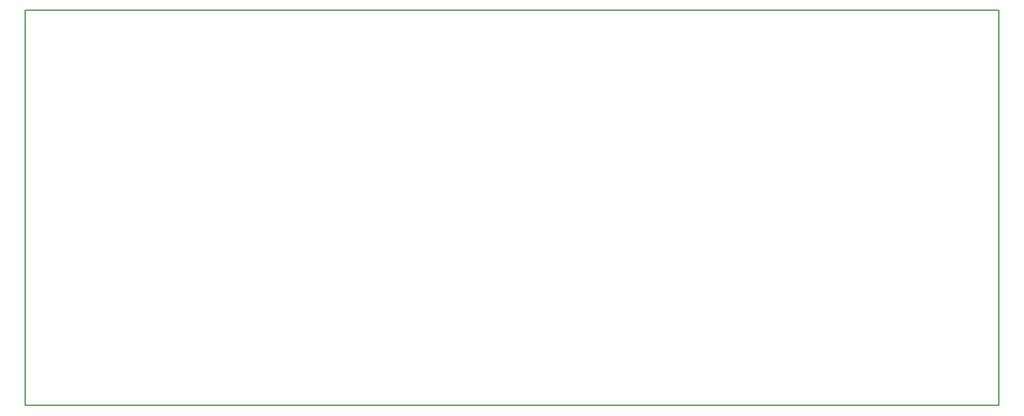
<source format=gm1>
G04*
G04 #@! TF.GenerationSoftware,Altium Limited,Altium Designer,19.1.8 (144)*
G04*
G04 Layer_Color=16711935*
%FSLAX25Y25*%
%MOIN*%
G70*
G01*
G75*
%ADD12C,0.00787*%
D12*
X0Y220000D02*
X542000D01*
X0Y0D02*
Y220000D01*
Y0D02*
X542000D01*
Y220000D01*
M02*

</source>
